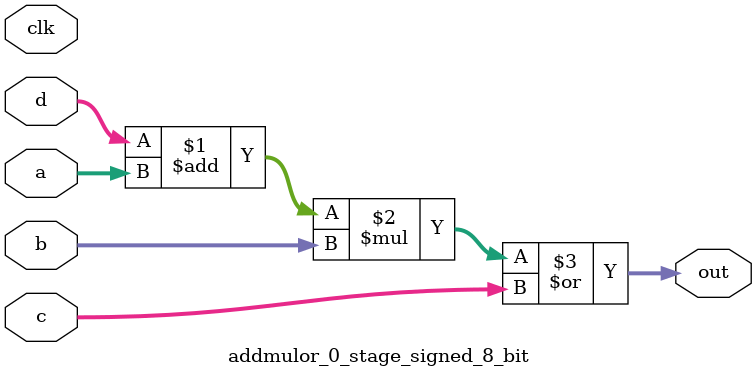
<source format=sv>
(* use_dsp = "yes" *) module addmulor_0_stage_signed_8_bit(
	input signed [7:0] a,
	input signed [7:0] b,
	input signed [7:0] c,
	input signed [7:0] d,
	output [7:0] out,
	input clk);

	assign out = ((d + a) * b) | c;
endmodule

</source>
